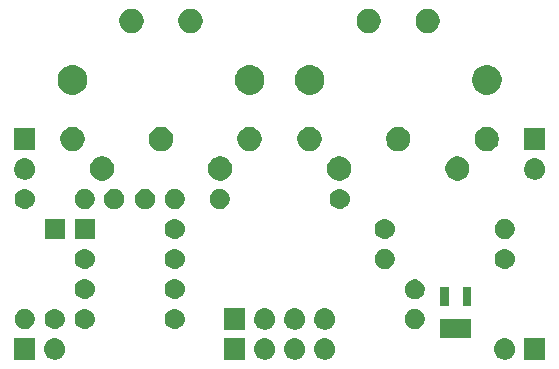
<source format=gbr>
G04 #@! TF.GenerationSoftware,KiCad,Pcbnew,(5.0.0)*
G04 #@! TF.CreationDate,2020-09-09T22:39:45-04:00*
G04 #@! TF.ProjectId,breadboard_midi,6272656164626F6172645F6D6964692E,rev?*
G04 #@! TF.SameCoordinates,Original*
G04 #@! TF.FileFunction,Soldermask,Top*
G04 #@! TF.FilePolarity,Negative*
%FSLAX46Y46*%
G04 Gerber Fmt 4.6, Leading zero omitted, Abs format (unit mm)*
G04 Created by KiCad (PCBNEW (5.0.0)) date 09/09/20 22:39:45*
%MOMM*%
%LPD*%
G01*
G04 APERTURE LIST*
%ADD10C,0.100000*%
G04 APERTURE END LIST*
D10*
G36*
X171081000Y-115201000D02*
X169279000Y-115201000D01*
X169279000Y-113399000D01*
X171081000Y-113399000D01*
X171081000Y-115201000D01*
X171081000Y-115201000D01*
G37*
G36*
X167750443Y-113405519D02*
X167816627Y-113412037D01*
X167929853Y-113446384D01*
X167986467Y-113463557D01*
X168125087Y-113537652D01*
X168142991Y-113547222D01*
X168178729Y-113576552D01*
X168280186Y-113659814D01*
X168363448Y-113761271D01*
X168392778Y-113797009D01*
X168392779Y-113797011D01*
X168476443Y-113953533D01*
X168476443Y-113953534D01*
X168527963Y-114123373D01*
X168545359Y-114300000D01*
X168527963Y-114476627D01*
X168493616Y-114589853D01*
X168476443Y-114646467D01*
X168402348Y-114785087D01*
X168392778Y-114802991D01*
X168363448Y-114838729D01*
X168280186Y-114940186D01*
X168178729Y-115023448D01*
X168142991Y-115052778D01*
X168142989Y-115052779D01*
X167986467Y-115136443D01*
X167929853Y-115153616D01*
X167816627Y-115187963D01*
X167750442Y-115194482D01*
X167684260Y-115201000D01*
X167595740Y-115201000D01*
X167529558Y-115194482D01*
X167463373Y-115187963D01*
X167350147Y-115153616D01*
X167293533Y-115136443D01*
X167137011Y-115052779D01*
X167137009Y-115052778D01*
X167101271Y-115023448D01*
X166999814Y-114940186D01*
X166916552Y-114838729D01*
X166887222Y-114802991D01*
X166877652Y-114785087D01*
X166803557Y-114646467D01*
X166786384Y-114589853D01*
X166752037Y-114476627D01*
X166734641Y-114300000D01*
X166752037Y-114123373D01*
X166803557Y-113953534D01*
X166803557Y-113953533D01*
X166887221Y-113797011D01*
X166887222Y-113797009D01*
X166916552Y-113761271D01*
X166999814Y-113659814D01*
X167101271Y-113576552D01*
X167137009Y-113547222D01*
X167154913Y-113537652D01*
X167293533Y-113463557D01*
X167350147Y-113446384D01*
X167463373Y-113412037D01*
X167529557Y-113405519D01*
X167595740Y-113399000D01*
X167684260Y-113399000D01*
X167750443Y-113405519D01*
X167750443Y-113405519D01*
G37*
G36*
X145681000Y-115201000D02*
X143879000Y-115201000D01*
X143879000Y-113399000D01*
X145681000Y-113399000D01*
X145681000Y-115201000D01*
X145681000Y-115201000D01*
G37*
G36*
X147430443Y-113405519D02*
X147496627Y-113412037D01*
X147609853Y-113446384D01*
X147666467Y-113463557D01*
X147805087Y-113537652D01*
X147822991Y-113547222D01*
X147858729Y-113576552D01*
X147960186Y-113659814D01*
X148043448Y-113761271D01*
X148072778Y-113797009D01*
X148072779Y-113797011D01*
X148156443Y-113953533D01*
X148156443Y-113953534D01*
X148207963Y-114123373D01*
X148225359Y-114300000D01*
X148207963Y-114476627D01*
X148173616Y-114589853D01*
X148156443Y-114646467D01*
X148082348Y-114785087D01*
X148072778Y-114802991D01*
X148043448Y-114838729D01*
X147960186Y-114940186D01*
X147858729Y-115023448D01*
X147822991Y-115052778D01*
X147822989Y-115052779D01*
X147666467Y-115136443D01*
X147609853Y-115153616D01*
X147496627Y-115187963D01*
X147430442Y-115194482D01*
X147364260Y-115201000D01*
X147275740Y-115201000D01*
X147209558Y-115194482D01*
X147143373Y-115187963D01*
X147030147Y-115153616D01*
X146973533Y-115136443D01*
X146817011Y-115052779D01*
X146817009Y-115052778D01*
X146781271Y-115023448D01*
X146679814Y-114940186D01*
X146596552Y-114838729D01*
X146567222Y-114802991D01*
X146557652Y-114785087D01*
X146483557Y-114646467D01*
X146466384Y-114589853D01*
X146432037Y-114476627D01*
X146414641Y-114300000D01*
X146432037Y-114123373D01*
X146483557Y-113953534D01*
X146483557Y-113953533D01*
X146567221Y-113797011D01*
X146567222Y-113797009D01*
X146596552Y-113761271D01*
X146679814Y-113659814D01*
X146781271Y-113576552D01*
X146817009Y-113547222D01*
X146834913Y-113537652D01*
X146973533Y-113463557D01*
X147030147Y-113446384D01*
X147143373Y-113412037D01*
X147209557Y-113405519D01*
X147275740Y-113399000D01*
X147364260Y-113399000D01*
X147430443Y-113405519D01*
X147430443Y-113405519D01*
G37*
G36*
X149970443Y-113405519D02*
X150036627Y-113412037D01*
X150149853Y-113446384D01*
X150206467Y-113463557D01*
X150345087Y-113537652D01*
X150362991Y-113547222D01*
X150398729Y-113576552D01*
X150500186Y-113659814D01*
X150583448Y-113761271D01*
X150612778Y-113797009D01*
X150612779Y-113797011D01*
X150696443Y-113953533D01*
X150696443Y-113953534D01*
X150747963Y-114123373D01*
X150765359Y-114300000D01*
X150747963Y-114476627D01*
X150713616Y-114589853D01*
X150696443Y-114646467D01*
X150622348Y-114785087D01*
X150612778Y-114802991D01*
X150583448Y-114838729D01*
X150500186Y-114940186D01*
X150398729Y-115023448D01*
X150362991Y-115052778D01*
X150362989Y-115052779D01*
X150206467Y-115136443D01*
X150149853Y-115153616D01*
X150036627Y-115187963D01*
X149970442Y-115194482D01*
X149904260Y-115201000D01*
X149815740Y-115201000D01*
X149749558Y-115194482D01*
X149683373Y-115187963D01*
X149570147Y-115153616D01*
X149513533Y-115136443D01*
X149357011Y-115052779D01*
X149357009Y-115052778D01*
X149321271Y-115023448D01*
X149219814Y-114940186D01*
X149136552Y-114838729D01*
X149107222Y-114802991D01*
X149097652Y-114785087D01*
X149023557Y-114646467D01*
X149006384Y-114589853D01*
X148972037Y-114476627D01*
X148954641Y-114300000D01*
X148972037Y-114123373D01*
X149023557Y-113953534D01*
X149023557Y-113953533D01*
X149107221Y-113797011D01*
X149107222Y-113797009D01*
X149136552Y-113761271D01*
X149219814Y-113659814D01*
X149321271Y-113576552D01*
X149357009Y-113547222D01*
X149374913Y-113537652D01*
X149513533Y-113463557D01*
X149570147Y-113446384D01*
X149683373Y-113412037D01*
X149749557Y-113405519D01*
X149815740Y-113399000D01*
X149904260Y-113399000D01*
X149970443Y-113405519D01*
X149970443Y-113405519D01*
G37*
G36*
X127901000Y-115201000D02*
X126099000Y-115201000D01*
X126099000Y-113399000D01*
X127901000Y-113399000D01*
X127901000Y-115201000D01*
X127901000Y-115201000D01*
G37*
G36*
X129650443Y-113405519D02*
X129716627Y-113412037D01*
X129829853Y-113446384D01*
X129886467Y-113463557D01*
X130025087Y-113537652D01*
X130042991Y-113547222D01*
X130078729Y-113576552D01*
X130180186Y-113659814D01*
X130263448Y-113761271D01*
X130292778Y-113797009D01*
X130292779Y-113797011D01*
X130376443Y-113953533D01*
X130376443Y-113953534D01*
X130427963Y-114123373D01*
X130445359Y-114300000D01*
X130427963Y-114476627D01*
X130393616Y-114589853D01*
X130376443Y-114646467D01*
X130302348Y-114785087D01*
X130292778Y-114802991D01*
X130263448Y-114838729D01*
X130180186Y-114940186D01*
X130078729Y-115023448D01*
X130042991Y-115052778D01*
X130042989Y-115052779D01*
X129886467Y-115136443D01*
X129829853Y-115153616D01*
X129716627Y-115187963D01*
X129650442Y-115194482D01*
X129584260Y-115201000D01*
X129495740Y-115201000D01*
X129429558Y-115194482D01*
X129363373Y-115187963D01*
X129250147Y-115153616D01*
X129193533Y-115136443D01*
X129037011Y-115052779D01*
X129037009Y-115052778D01*
X129001271Y-115023448D01*
X128899814Y-114940186D01*
X128816552Y-114838729D01*
X128787222Y-114802991D01*
X128777652Y-114785087D01*
X128703557Y-114646467D01*
X128686384Y-114589853D01*
X128652037Y-114476627D01*
X128634641Y-114300000D01*
X128652037Y-114123373D01*
X128703557Y-113953534D01*
X128703557Y-113953533D01*
X128787221Y-113797011D01*
X128787222Y-113797009D01*
X128816552Y-113761271D01*
X128899814Y-113659814D01*
X129001271Y-113576552D01*
X129037009Y-113547222D01*
X129054913Y-113537652D01*
X129193533Y-113463557D01*
X129250147Y-113446384D01*
X129363373Y-113412037D01*
X129429557Y-113405519D01*
X129495740Y-113399000D01*
X129584260Y-113399000D01*
X129650443Y-113405519D01*
X129650443Y-113405519D01*
G37*
G36*
X152510443Y-113405519D02*
X152576627Y-113412037D01*
X152689853Y-113446384D01*
X152746467Y-113463557D01*
X152885087Y-113537652D01*
X152902991Y-113547222D01*
X152938729Y-113576552D01*
X153040186Y-113659814D01*
X153123448Y-113761271D01*
X153152778Y-113797009D01*
X153152779Y-113797011D01*
X153236443Y-113953533D01*
X153236443Y-113953534D01*
X153287963Y-114123373D01*
X153305359Y-114300000D01*
X153287963Y-114476627D01*
X153253616Y-114589853D01*
X153236443Y-114646467D01*
X153162348Y-114785087D01*
X153152778Y-114802991D01*
X153123448Y-114838729D01*
X153040186Y-114940186D01*
X152938729Y-115023448D01*
X152902991Y-115052778D01*
X152902989Y-115052779D01*
X152746467Y-115136443D01*
X152689853Y-115153616D01*
X152576627Y-115187963D01*
X152510442Y-115194482D01*
X152444260Y-115201000D01*
X152355740Y-115201000D01*
X152289558Y-115194482D01*
X152223373Y-115187963D01*
X152110147Y-115153616D01*
X152053533Y-115136443D01*
X151897011Y-115052779D01*
X151897009Y-115052778D01*
X151861271Y-115023448D01*
X151759814Y-114940186D01*
X151676552Y-114838729D01*
X151647222Y-114802991D01*
X151637652Y-114785087D01*
X151563557Y-114646467D01*
X151546384Y-114589853D01*
X151512037Y-114476627D01*
X151494641Y-114300000D01*
X151512037Y-114123373D01*
X151563557Y-113953534D01*
X151563557Y-113953533D01*
X151647221Y-113797011D01*
X151647222Y-113797009D01*
X151676552Y-113761271D01*
X151759814Y-113659814D01*
X151861271Y-113576552D01*
X151897009Y-113547222D01*
X151914913Y-113537652D01*
X152053533Y-113463557D01*
X152110147Y-113446384D01*
X152223373Y-113412037D01*
X152289557Y-113405519D01*
X152355740Y-113399000D01*
X152444260Y-113399000D01*
X152510443Y-113405519D01*
X152510443Y-113405519D01*
G37*
G36*
X164836000Y-113391000D02*
X162184000Y-113391000D01*
X162184000Y-111729000D01*
X164836000Y-111729000D01*
X164836000Y-113391000D01*
X164836000Y-113391000D01*
G37*
G36*
X145681000Y-112661000D02*
X143879000Y-112661000D01*
X143879000Y-110859000D01*
X145681000Y-110859000D01*
X145681000Y-112661000D01*
X145681000Y-112661000D01*
G37*
G36*
X147430442Y-110865518D02*
X147496627Y-110872037D01*
X147609853Y-110906384D01*
X147666467Y-110923557D01*
X147753311Y-110969977D01*
X147822991Y-111007222D01*
X147858729Y-111036552D01*
X147960186Y-111119814D01*
X148040369Y-111217519D01*
X148072778Y-111257009D01*
X148072779Y-111257011D01*
X148156443Y-111413533D01*
X148173616Y-111470147D01*
X148207963Y-111583373D01*
X148225359Y-111760000D01*
X148207963Y-111936627D01*
X148186243Y-112008228D01*
X148156443Y-112106467D01*
X148087698Y-112235078D01*
X148072778Y-112262991D01*
X148043448Y-112298729D01*
X147960186Y-112400186D01*
X147858729Y-112483448D01*
X147822991Y-112512778D01*
X147822989Y-112512779D01*
X147666467Y-112596443D01*
X147659069Y-112598687D01*
X147496627Y-112647963D01*
X147430442Y-112654482D01*
X147364260Y-112661000D01*
X147275740Y-112661000D01*
X147209558Y-112654482D01*
X147143373Y-112647963D01*
X146980931Y-112598687D01*
X146973533Y-112596443D01*
X146817011Y-112512779D01*
X146817009Y-112512778D01*
X146781271Y-112483448D01*
X146679814Y-112400186D01*
X146596552Y-112298729D01*
X146567222Y-112262991D01*
X146552302Y-112235078D01*
X146483557Y-112106467D01*
X146453757Y-112008228D01*
X146432037Y-111936627D01*
X146414641Y-111760000D01*
X146432037Y-111583373D01*
X146466384Y-111470147D01*
X146483557Y-111413533D01*
X146567221Y-111257011D01*
X146567222Y-111257009D01*
X146599631Y-111217519D01*
X146679814Y-111119814D01*
X146781271Y-111036552D01*
X146817009Y-111007222D01*
X146886689Y-110969977D01*
X146973533Y-110923557D01*
X147030147Y-110906384D01*
X147143373Y-110872037D01*
X147209558Y-110865518D01*
X147275740Y-110859000D01*
X147364260Y-110859000D01*
X147430442Y-110865518D01*
X147430442Y-110865518D01*
G37*
G36*
X149970442Y-110865518D02*
X150036627Y-110872037D01*
X150149853Y-110906384D01*
X150206467Y-110923557D01*
X150293311Y-110969977D01*
X150362991Y-111007222D01*
X150398729Y-111036552D01*
X150500186Y-111119814D01*
X150580369Y-111217519D01*
X150612778Y-111257009D01*
X150612779Y-111257011D01*
X150696443Y-111413533D01*
X150713616Y-111470147D01*
X150747963Y-111583373D01*
X150765359Y-111760000D01*
X150747963Y-111936627D01*
X150726243Y-112008228D01*
X150696443Y-112106467D01*
X150627698Y-112235078D01*
X150612778Y-112262991D01*
X150583448Y-112298729D01*
X150500186Y-112400186D01*
X150398729Y-112483448D01*
X150362991Y-112512778D01*
X150362989Y-112512779D01*
X150206467Y-112596443D01*
X150199069Y-112598687D01*
X150036627Y-112647963D01*
X149970442Y-112654482D01*
X149904260Y-112661000D01*
X149815740Y-112661000D01*
X149749558Y-112654482D01*
X149683373Y-112647963D01*
X149520931Y-112598687D01*
X149513533Y-112596443D01*
X149357011Y-112512779D01*
X149357009Y-112512778D01*
X149321271Y-112483448D01*
X149219814Y-112400186D01*
X149136552Y-112298729D01*
X149107222Y-112262991D01*
X149092302Y-112235078D01*
X149023557Y-112106467D01*
X148993757Y-112008228D01*
X148972037Y-111936627D01*
X148954641Y-111760000D01*
X148972037Y-111583373D01*
X149006384Y-111470147D01*
X149023557Y-111413533D01*
X149107221Y-111257011D01*
X149107222Y-111257009D01*
X149139631Y-111217519D01*
X149219814Y-111119814D01*
X149321271Y-111036552D01*
X149357009Y-111007222D01*
X149426689Y-110969977D01*
X149513533Y-110923557D01*
X149570147Y-110906384D01*
X149683373Y-110872037D01*
X149749558Y-110865518D01*
X149815740Y-110859000D01*
X149904260Y-110859000D01*
X149970442Y-110865518D01*
X149970442Y-110865518D01*
G37*
G36*
X152510442Y-110865518D02*
X152576627Y-110872037D01*
X152689853Y-110906384D01*
X152746467Y-110923557D01*
X152833311Y-110969977D01*
X152902991Y-111007222D01*
X152938729Y-111036552D01*
X153040186Y-111119814D01*
X153120369Y-111217519D01*
X153152778Y-111257009D01*
X153152779Y-111257011D01*
X153236443Y-111413533D01*
X153253616Y-111470147D01*
X153287963Y-111583373D01*
X153305359Y-111760000D01*
X153287963Y-111936627D01*
X153266243Y-112008228D01*
X153236443Y-112106467D01*
X153167698Y-112235078D01*
X153152778Y-112262991D01*
X153123448Y-112298729D01*
X153040186Y-112400186D01*
X152938729Y-112483448D01*
X152902991Y-112512778D01*
X152902989Y-112512779D01*
X152746467Y-112596443D01*
X152739069Y-112598687D01*
X152576627Y-112647963D01*
X152510442Y-112654482D01*
X152444260Y-112661000D01*
X152355740Y-112661000D01*
X152289558Y-112654482D01*
X152223373Y-112647963D01*
X152060931Y-112598687D01*
X152053533Y-112596443D01*
X151897011Y-112512779D01*
X151897009Y-112512778D01*
X151861271Y-112483448D01*
X151759814Y-112400186D01*
X151676552Y-112298729D01*
X151647222Y-112262991D01*
X151632302Y-112235078D01*
X151563557Y-112106467D01*
X151533757Y-112008228D01*
X151512037Y-111936627D01*
X151494641Y-111760000D01*
X151512037Y-111583373D01*
X151546384Y-111470147D01*
X151563557Y-111413533D01*
X151647221Y-111257011D01*
X151647222Y-111257009D01*
X151679631Y-111217519D01*
X151759814Y-111119814D01*
X151861271Y-111036552D01*
X151897009Y-111007222D01*
X151966689Y-110969977D01*
X152053533Y-110923557D01*
X152110147Y-110906384D01*
X152223373Y-110872037D01*
X152289558Y-110865518D01*
X152355740Y-110859000D01*
X152444260Y-110859000D01*
X152510442Y-110865518D01*
X152510442Y-110865518D01*
G37*
G36*
X127248228Y-110941703D02*
X127403100Y-111005853D01*
X127542481Y-111098985D01*
X127661015Y-111217519D01*
X127754147Y-111356900D01*
X127818297Y-111511772D01*
X127851000Y-111676184D01*
X127851000Y-111843816D01*
X127818297Y-112008228D01*
X127754147Y-112163100D01*
X127661015Y-112302481D01*
X127542481Y-112421015D01*
X127403100Y-112514147D01*
X127248228Y-112578297D01*
X127083816Y-112611000D01*
X126916184Y-112611000D01*
X126751772Y-112578297D01*
X126596900Y-112514147D01*
X126457519Y-112421015D01*
X126338985Y-112302481D01*
X126245853Y-112163100D01*
X126181703Y-112008228D01*
X126149000Y-111843816D01*
X126149000Y-111676184D01*
X126181703Y-111511772D01*
X126245853Y-111356900D01*
X126338985Y-111217519D01*
X126457519Y-111098985D01*
X126596900Y-111005853D01*
X126751772Y-110941703D01*
X126916184Y-110909000D01*
X127083816Y-110909000D01*
X127248228Y-110941703D01*
X127248228Y-110941703D01*
G37*
G36*
X129706821Y-110921313D02*
X129706824Y-110921314D01*
X129706825Y-110921314D01*
X129867239Y-110969975D01*
X129867241Y-110969976D01*
X129867244Y-110969977D01*
X130015078Y-111048995D01*
X130144659Y-111155341D01*
X130251005Y-111284922D01*
X130330023Y-111432756D01*
X130330024Y-111432759D01*
X130330025Y-111432761D01*
X130375713Y-111583375D01*
X130378687Y-111593179D01*
X130395117Y-111760000D01*
X130378687Y-111926821D01*
X130378686Y-111926824D01*
X130378686Y-111926825D01*
X130353993Y-112008228D01*
X130330023Y-112087244D01*
X130251005Y-112235078D01*
X130144659Y-112364659D01*
X130015078Y-112471005D01*
X129867244Y-112550023D01*
X129867241Y-112550024D01*
X129867239Y-112550025D01*
X129706825Y-112598686D01*
X129706824Y-112598686D01*
X129706821Y-112598687D01*
X129581804Y-112611000D01*
X129498196Y-112611000D01*
X129373179Y-112598687D01*
X129373176Y-112598686D01*
X129373175Y-112598686D01*
X129212761Y-112550025D01*
X129212759Y-112550024D01*
X129212756Y-112550023D01*
X129064922Y-112471005D01*
X128935341Y-112364659D01*
X128828995Y-112235078D01*
X128749977Y-112087244D01*
X128726008Y-112008228D01*
X128701314Y-111926825D01*
X128701314Y-111926824D01*
X128701313Y-111926821D01*
X128684883Y-111760000D01*
X128701313Y-111593179D01*
X128704287Y-111583375D01*
X128749975Y-111432761D01*
X128749976Y-111432759D01*
X128749977Y-111432756D01*
X128828995Y-111284922D01*
X128935341Y-111155341D01*
X129064922Y-111048995D01*
X129212756Y-110969977D01*
X129212759Y-110969976D01*
X129212761Y-110969975D01*
X129373175Y-110921314D01*
X129373176Y-110921314D01*
X129373179Y-110921313D01*
X129498196Y-110909000D01*
X129581804Y-110909000D01*
X129706821Y-110921313D01*
X129706821Y-110921313D01*
G37*
G36*
X160268228Y-110941703D02*
X160423100Y-111005853D01*
X160562481Y-111098985D01*
X160681015Y-111217519D01*
X160774147Y-111356900D01*
X160838297Y-111511772D01*
X160871000Y-111676184D01*
X160871000Y-111843816D01*
X160838297Y-112008228D01*
X160774147Y-112163100D01*
X160681015Y-112302481D01*
X160562481Y-112421015D01*
X160423100Y-112514147D01*
X160268228Y-112578297D01*
X160103816Y-112611000D01*
X159936184Y-112611000D01*
X159771772Y-112578297D01*
X159616900Y-112514147D01*
X159477519Y-112421015D01*
X159358985Y-112302481D01*
X159265853Y-112163100D01*
X159201703Y-112008228D01*
X159169000Y-111843816D01*
X159169000Y-111676184D01*
X159201703Y-111511772D01*
X159265853Y-111356900D01*
X159358985Y-111217519D01*
X159477519Y-111098985D01*
X159616900Y-111005853D01*
X159771772Y-110941703D01*
X159936184Y-110909000D01*
X160103816Y-110909000D01*
X160268228Y-110941703D01*
X160268228Y-110941703D01*
G37*
G36*
X139866821Y-110921313D02*
X139866824Y-110921314D01*
X139866825Y-110921314D01*
X140027239Y-110969975D01*
X140027241Y-110969976D01*
X140027244Y-110969977D01*
X140175078Y-111048995D01*
X140304659Y-111155341D01*
X140411005Y-111284922D01*
X140490023Y-111432756D01*
X140490024Y-111432759D01*
X140490025Y-111432761D01*
X140535713Y-111583375D01*
X140538687Y-111593179D01*
X140555117Y-111760000D01*
X140538687Y-111926821D01*
X140538686Y-111926824D01*
X140538686Y-111926825D01*
X140513993Y-112008228D01*
X140490023Y-112087244D01*
X140411005Y-112235078D01*
X140304659Y-112364659D01*
X140175078Y-112471005D01*
X140027244Y-112550023D01*
X140027241Y-112550024D01*
X140027239Y-112550025D01*
X139866825Y-112598686D01*
X139866824Y-112598686D01*
X139866821Y-112598687D01*
X139741804Y-112611000D01*
X139658196Y-112611000D01*
X139533179Y-112598687D01*
X139533176Y-112598686D01*
X139533175Y-112598686D01*
X139372761Y-112550025D01*
X139372759Y-112550024D01*
X139372756Y-112550023D01*
X139224922Y-112471005D01*
X139095341Y-112364659D01*
X138988995Y-112235078D01*
X138909977Y-112087244D01*
X138886008Y-112008228D01*
X138861314Y-111926825D01*
X138861314Y-111926824D01*
X138861313Y-111926821D01*
X138844883Y-111760000D01*
X138861313Y-111593179D01*
X138864287Y-111583375D01*
X138909975Y-111432761D01*
X138909976Y-111432759D01*
X138909977Y-111432756D01*
X138988995Y-111284922D01*
X139095341Y-111155341D01*
X139224922Y-111048995D01*
X139372756Y-110969977D01*
X139372759Y-110969976D01*
X139372761Y-110969975D01*
X139533175Y-110921314D01*
X139533176Y-110921314D01*
X139533179Y-110921313D01*
X139658196Y-110909000D01*
X139741804Y-110909000D01*
X139866821Y-110921313D01*
X139866821Y-110921313D01*
G37*
G36*
X132246821Y-110921313D02*
X132246824Y-110921314D01*
X132246825Y-110921314D01*
X132407239Y-110969975D01*
X132407241Y-110969976D01*
X132407244Y-110969977D01*
X132555078Y-111048995D01*
X132684659Y-111155341D01*
X132791005Y-111284922D01*
X132870023Y-111432756D01*
X132870024Y-111432759D01*
X132870025Y-111432761D01*
X132915713Y-111583375D01*
X132918687Y-111593179D01*
X132935117Y-111760000D01*
X132918687Y-111926821D01*
X132918686Y-111926824D01*
X132918686Y-111926825D01*
X132893993Y-112008228D01*
X132870023Y-112087244D01*
X132791005Y-112235078D01*
X132684659Y-112364659D01*
X132555078Y-112471005D01*
X132407244Y-112550023D01*
X132407241Y-112550024D01*
X132407239Y-112550025D01*
X132246825Y-112598686D01*
X132246824Y-112598686D01*
X132246821Y-112598687D01*
X132121804Y-112611000D01*
X132038196Y-112611000D01*
X131913179Y-112598687D01*
X131913176Y-112598686D01*
X131913175Y-112598686D01*
X131752761Y-112550025D01*
X131752759Y-112550024D01*
X131752756Y-112550023D01*
X131604922Y-112471005D01*
X131475341Y-112364659D01*
X131368995Y-112235078D01*
X131289977Y-112087244D01*
X131266008Y-112008228D01*
X131241314Y-111926825D01*
X131241314Y-111926824D01*
X131241313Y-111926821D01*
X131224883Y-111760000D01*
X131241313Y-111593179D01*
X131244287Y-111583375D01*
X131289975Y-111432761D01*
X131289976Y-111432759D01*
X131289977Y-111432756D01*
X131368995Y-111284922D01*
X131475341Y-111155341D01*
X131604922Y-111048995D01*
X131752756Y-110969977D01*
X131752759Y-110969976D01*
X131752761Y-110969975D01*
X131913175Y-110921314D01*
X131913176Y-110921314D01*
X131913179Y-110921313D01*
X132038196Y-110909000D01*
X132121804Y-110909000D01*
X132246821Y-110921313D01*
X132246821Y-110921313D01*
G37*
G36*
X162936000Y-110691000D02*
X162184000Y-110691000D01*
X162184000Y-109029000D01*
X162936000Y-109029000D01*
X162936000Y-110691000D01*
X162936000Y-110691000D01*
G37*
G36*
X164836000Y-110691000D02*
X164084000Y-110691000D01*
X164084000Y-109029000D01*
X164836000Y-109029000D01*
X164836000Y-110691000D01*
X164836000Y-110691000D01*
G37*
G36*
X160268228Y-108441703D02*
X160423100Y-108505853D01*
X160562481Y-108598985D01*
X160681015Y-108717519D01*
X160774147Y-108856900D01*
X160838297Y-109011772D01*
X160871000Y-109176184D01*
X160871000Y-109343816D01*
X160838297Y-109508228D01*
X160774147Y-109663100D01*
X160681015Y-109802481D01*
X160562481Y-109921015D01*
X160423100Y-110014147D01*
X160268228Y-110078297D01*
X160103816Y-110111000D01*
X159936184Y-110111000D01*
X159771772Y-110078297D01*
X159616900Y-110014147D01*
X159477519Y-109921015D01*
X159358985Y-109802481D01*
X159265853Y-109663100D01*
X159201703Y-109508228D01*
X159169000Y-109343816D01*
X159169000Y-109176184D01*
X159201703Y-109011772D01*
X159265853Y-108856900D01*
X159358985Y-108717519D01*
X159477519Y-108598985D01*
X159616900Y-108505853D01*
X159771772Y-108441703D01*
X159936184Y-108409000D01*
X160103816Y-108409000D01*
X160268228Y-108441703D01*
X160268228Y-108441703D01*
G37*
G36*
X132246821Y-108381313D02*
X132246824Y-108381314D01*
X132246825Y-108381314D01*
X132407239Y-108429975D01*
X132407241Y-108429976D01*
X132407244Y-108429977D01*
X132555078Y-108508995D01*
X132684659Y-108615341D01*
X132791005Y-108744922D01*
X132870023Y-108892756D01*
X132870024Y-108892759D01*
X132870025Y-108892761D01*
X132918686Y-109053175D01*
X132918687Y-109053179D01*
X132935117Y-109220000D01*
X132918687Y-109386821D01*
X132918686Y-109386824D01*
X132918686Y-109386825D01*
X132881859Y-109508228D01*
X132870023Y-109547244D01*
X132791005Y-109695078D01*
X132684659Y-109824659D01*
X132555078Y-109931005D01*
X132407244Y-110010023D01*
X132407241Y-110010024D01*
X132407239Y-110010025D01*
X132246825Y-110058686D01*
X132246824Y-110058686D01*
X132246821Y-110058687D01*
X132121804Y-110071000D01*
X132038196Y-110071000D01*
X131913179Y-110058687D01*
X131913176Y-110058686D01*
X131913175Y-110058686D01*
X131752761Y-110010025D01*
X131752759Y-110010024D01*
X131752756Y-110010023D01*
X131604922Y-109931005D01*
X131475341Y-109824659D01*
X131368995Y-109695078D01*
X131289977Y-109547244D01*
X131278142Y-109508228D01*
X131241314Y-109386825D01*
X131241314Y-109386824D01*
X131241313Y-109386821D01*
X131224883Y-109220000D01*
X131241313Y-109053179D01*
X131241314Y-109053175D01*
X131289975Y-108892761D01*
X131289976Y-108892759D01*
X131289977Y-108892756D01*
X131368995Y-108744922D01*
X131475341Y-108615341D01*
X131604922Y-108508995D01*
X131752756Y-108429977D01*
X131752759Y-108429976D01*
X131752761Y-108429975D01*
X131913175Y-108381314D01*
X131913176Y-108381314D01*
X131913179Y-108381313D01*
X132038196Y-108369000D01*
X132121804Y-108369000D01*
X132246821Y-108381313D01*
X132246821Y-108381313D01*
G37*
G36*
X139866821Y-108381313D02*
X139866824Y-108381314D01*
X139866825Y-108381314D01*
X140027239Y-108429975D01*
X140027241Y-108429976D01*
X140027244Y-108429977D01*
X140175078Y-108508995D01*
X140304659Y-108615341D01*
X140411005Y-108744922D01*
X140490023Y-108892756D01*
X140490024Y-108892759D01*
X140490025Y-108892761D01*
X140538686Y-109053175D01*
X140538687Y-109053179D01*
X140555117Y-109220000D01*
X140538687Y-109386821D01*
X140538686Y-109386824D01*
X140538686Y-109386825D01*
X140501859Y-109508228D01*
X140490023Y-109547244D01*
X140411005Y-109695078D01*
X140304659Y-109824659D01*
X140175078Y-109931005D01*
X140027244Y-110010023D01*
X140027241Y-110010024D01*
X140027239Y-110010025D01*
X139866825Y-110058686D01*
X139866824Y-110058686D01*
X139866821Y-110058687D01*
X139741804Y-110071000D01*
X139658196Y-110071000D01*
X139533179Y-110058687D01*
X139533176Y-110058686D01*
X139533175Y-110058686D01*
X139372761Y-110010025D01*
X139372759Y-110010024D01*
X139372756Y-110010023D01*
X139224922Y-109931005D01*
X139095341Y-109824659D01*
X138988995Y-109695078D01*
X138909977Y-109547244D01*
X138898142Y-109508228D01*
X138861314Y-109386825D01*
X138861314Y-109386824D01*
X138861313Y-109386821D01*
X138844883Y-109220000D01*
X138861313Y-109053179D01*
X138861314Y-109053175D01*
X138909975Y-108892761D01*
X138909976Y-108892759D01*
X138909977Y-108892756D01*
X138988995Y-108744922D01*
X139095341Y-108615341D01*
X139224922Y-108508995D01*
X139372756Y-108429977D01*
X139372759Y-108429976D01*
X139372761Y-108429975D01*
X139533175Y-108381314D01*
X139533176Y-108381314D01*
X139533179Y-108381313D01*
X139658196Y-108369000D01*
X139741804Y-108369000D01*
X139866821Y-108381313D01*
X139866821Y-108381313D01*
G37*
G36*
X139866821Y-105841313D02*
X139866824Y-105841314D01*
X139866825Y-105841314D01*
X140027239Y-105889975D01*
X140027241Y-105889976D01*
X140027244Y-105889977D01*
X140175078Y-105968995D01*
X140304659Y-106075341D01*
X140411005Y-106204922D01*
X140490023Y-106352756D01*
X140490024Y-106352759D01*
X140490025Y-106352761D01*
X140538686Y-106513175D01*
X140538687Y-106513179D01*
X140555117Y-106680000D01*
X140538687Y-106846821D01*
X140538686Y-106846824D01*
X140538686Y-106846825D01*
X140513993Y-106928228D01*
X140490023Y-107007244D01*
X140411005Y-107155078D01*
X140304659Y-107284659D01*
X140175078Y-107391005D01*
X140027244Y-107470023D01*
X140027241Y-107470024D01*
X140027239Y-107470025D01*
X139866825Y-107518686D01*
X139866824Y-107518686D01*
X139866821Y-107518687D01*
X139741804Y-107531000D01*
X139658196Y-107531000D01*
X139533179Y-107518687D01*
X139533176Y-107518686D01*
X139533175Y-107518686D01*
X139372761Y-107470025D01*
X139372759Y-107470024D01*
X139372756Y-107470023D01*
X139224922Y-107391005D01*
X139095341Y-107284659D01*
X138988995Y-107155078D01*
X138909977Y-107007244D01*
X138886008Y-106928228D01*
X138861314Y-106846825D01*
X138861314Y-106846824D01*
X138861313Y-106846821D01*
X138844883Y-106680000D01*
X138861313Y-106513179D01*
X138861314Y-106513175D01*
X138909975Y-106352761D01*
X138909976Y-106352759D01*
X138909977Y-106352756D01*
X138988995Y-106204922D01*
X139095341Y-106075341D01*
X139224922Y-105968995D01*
X139372756Y-105889977D01*
X139372759Y-105889976D01*
X139372761Y-105889975D01*
X139533175Y-105841314D01*
X139533176Y-105841314D01*
X139533179Y-105841313D01*
X139658196Y-105829000D01*
X139741804Y-105829000D01*
X139866821Y-105841313D01*
X139866821Y-105841313D01*
G37*
G36*
X167806821Y-105841313D02*
X167806824Y-105841314D01*
X167806825Y-105841314D01*
X167967239Y-105889975D01*
X167967241Y-105889976D01*
X167967244Y-105889977D01*
X168115078Y-105968995D01*
X168244659Y-106075341D01*
X168351005Y-106204922D01*
X168430023Y-106352756D01*
X168430024Y-106352759D01*
X168430025Y-106352761D01*
X168478686Y-106513175D01*
X168478687Y-106513179D01*
X168495117Y-106680000D01*
X168478687Y-106846821D01*
X168478686Y-106846824D01*
X168478686Y-106846825D01*
X168453993Y-106928228D01*
X168430023Y-107007244D01*
X168351005Y-107155078D01*
X168244659Y-107284659D01*
X168115078Y-107391005D01*
X167967244Y-107470023D01*
X167967241Y-107470024D01*
X167967239Y-107470025D01*
X167806825Y-107518686D01*
X167806824Y-107518686D01*
X167806821Y-107518687D01*
X167681804Y-107531000D01*
X167598196Y-107531000D01*
X167473179Y-107518687D01*
X167473176Y-107518686D01*
X167473175Y-107518686D01*
X167312761Y-107470025D01*
X167312759Y-107470024D01*
X167312756Y-107470023D01*
X167164922Y-107391005D01*
X167035341Y-107284659D01*
X166928995Y-107155078D01*
X166849977Y-107007244D01*
X166826008Y-106928228D01*
X166801314Y-106846825D01*
X166801314Y-106846824D01*
X166801313Y-106846821D01*
X166784883Y-106680000D01*
X166801313Y-106513179D01*
X166801314Y-106513175D01*
X166849975Y-106352761D01*
X166849976Y-106352759D01*
X166849977Y-106352756D01*
X166928995Y-106204922D01*
X167035341Y-106075341D01*
X167164922Y-105968995D01*
X167312756Y-105889977D01*
X167312759Y-105889976D01*
X167312761Y-105889975D01*
X167473175Y-105841314D01*
X167473176Y-105841314D01*
X167473179Y-105841313D01*
X167598196Y-105829000D01*
X167681804Y-105829000D01*
X167806821Y-105841313D01*
X167806821Y-105841313D01*
G37*
G36*
X132246821Y-105841313D02*
X132246824Y-105841314D01*
X132246825Y-105841314D01*
X132407239Y-105889975D01*
X132407241Y-105889976D01*
X132407244Y-105889977D01*
X132555078Y-105968995D01*
X132684659Y-106075341D01*
X132791005Y-106204922D01*
X132870023Y-106352756D01*
X132870024Y-106352759D01*
X132870025Y-106352761D01*
X132918686Y-106513175D01*
X132918687Y-106513179D01*
X132935117Y-106680000D01*
X132918687Y-106846821D01*
X132918686Y-106846824D01*
X132918686Y-106846825D01*
X132893993Y-106928228D01*
X132870023Y-107007244D01*
X132791005Y-107155078D01*
X132684659Y-107284659D01*
X132555078Y-107391005D01*
X132407244Y-107470023D01*
X132407241Y-107470024D01*
X132407239Y-107470025D01*
X132246825Y-107518686D01*
X132246824Y-107518686D01*
X132246821Y-107518687D01*
X132121804Y-107531000D01*
X132038196Y-107531000D01*
X131913179Y-107518687D01*
X131913176Y-107518686D01*
X131913175Y-107518686D01*
X131752761Y-107470025D01*
X131752759Y-107470024D01*
X131752756Y-107470023D01*
X131604922Y-107391005D01*
X131475341Y-107284659D01*
X131368995Y-107155078D01*
X131289977Y-107007244D01*
X131266008Y-106928228D01*
X131241314Y-106846825D01*
X131241314Y-106846824D01*
X131241313Y-106846821D01*
X131224883Y-106680000D01*
X131241313Y-106513179D01*
X131241314Y-106513175D01*
X131289975Y-106352761D01*
X131289976Y-106352759D01*
X131289977Y-106352756D01*
X131368995Y-106204922D01*
X131475341Y-106075341D01*
X131604922Y-105968995D01*
X131752756Y-105889977D01*
X131752759Y-105889976D01*
X131752761Y-105889975D01*
X131913175Y-105841314D01*
X131913176Y-105841314D01*
X131913179Y-105841313D01*
X132038196Y-105829000D01*
X132121804Y-105829000D01*
X132246821Y-105841313D01*
X132246821Y-105841313D01*
G37*
G36*
X157728228Y-105861703D02*
X157883100Y-105925853D01*
X158022481Y-106018985D01*
X158141015Y-106137519D01*
X158234147Y-106276900D01*
X158298297Y-106431772D01*
X158331000Y-106596184D01*
X158331000Y-106763816D01*
X158298297Y-106928228D01*
X158234147Y-107083100D01*
X158141015Y-107222481D01*
X158022481Y-107341015D01*
X157883100Y-107434147D01*
X157728228Y-107498297D01*
X157563816Y-107531000D01*
X157396184Y-107531000D01*
X157231772Y-107498297D01*
X157076900Y-107434147D01*
X156937519Y-107341015D01*
X156818985Y-107222481D01*
X156725853Y-107083100D01*
X156661703Y-106928228D01*
X156629000Y-106763816D01*
X156629000Y-106596184D01*
X156661703Y-106431772D01*
X156725853Y-106276900D01*
X156818985Y-106137519D01*
X156937519Y-106018985D01*
X157076900Y-105925853D01*
X157231772Y-105861703D01*
X157396184Y-105829000D01*
X157563816Y-105829000D01*
X157728228Y-105861703D01*
X157728228Y-105861703D01*
G37*
G36*
X132931000Y-104991000D02*
X131229000Y-104991000D01*
X131229000Y-103289000D01*
X132931000Y-103289000D01*
X132931000Y-104991000D01*
X132931000Y-104991000D01*
G37*
G36*
X167888228Y-103321703D02*
X168043100Y-103385853D01*
X168182481Y-103478985D01*
X168301015Y-103597519D01*
X168394147Y-103736900D01*
X168458297Y-103891772D01*
X168491000Y-104056184D01*
X168491000Y-104223816D01*
X168458297Y-104388228D01*
X168394147Y-104543100D01*
X168301015Y-104682481D01*
X168182481Y-104801015D01*
X168043100Y-104894147D01*
X167888228Y-104958297D01*
X167723816Y-104991000D01*
X167556184Y-104991000D01*
X167391772Y-104958297D01*
X167236900Y-104894147D01*
X167097519Y-104801015D01*
X166978985Y-104682481D01*
X166885853Y-104543100D01*
X166821703Y-104388228D01*
X166789000Y-104223816D01*
X166789000Y-104056184D01*
X166821703Y-103891772D01*
X166885853Y-103736900D01*
X166978985Y-103597519D01*
X167097519Y-103478985D01*
X167236900Y-103385853D01*
X167391772Y-103321703D01*
X167556184Y-103289000D01*
X167723816Y-103289000D01*
X167888228Y-103321703D01*
X167888228Y-103321703D01*
G37*
G36*
X130391000Y-104991000D02*
X128689000Y-104991000D01*
X128689000Y-103289000D01*
X130391000Y-103289000D01*
X130391000Y-104991000D01*
X130391000Y-104991000D01*
G37*
G36*
X139866821Y-103301313D02*
X139866824Y-103301314D01*
X139866825Y-103301314D01*
X140027239Y-103349975D01*
X140027241Y-103349976D01*
X140027244Y-103349977D01*
X140175078Y-103428995D01*
X140304659Y-103535341D01*
X140411005Y-103664922D01*
X140490023Y-103812756D01*
X140490024Y-103812759D01*
X140490025Y-103812761D01*
X140538686Y-103973175D01*
X140538687Y-103973179D01*
X140555117Y-104140000D01*
X140538687Y-104306821D01*
X140538686Y-104306824D01*
X140538686Y-104306825D01*
X140513993Y-104388228D01*
X140490023Y-104467244D01*
X140411005Y-104615078D01*
X140304659Y-104744659D01*
X140175078Y-104851005D01*
X140027244Y-104930023D01*
X140027241Y-104930024D01*
X140027239Y-104930025D01*
X139866825Y-104978686D01*
X139866824Y-104978686D01*
X139866821Y-104978687D01*
X139741804Y-104991000D01*
X139658196Y-104991000D01*
X139533179Y-104978687D01*
X139533176Y-104978686D01*
X139533175Y-104978686D01*
X139372761Y-104930025D01*
X139372759Y-104930024D01*
X139372756Y-104930023D01*
X139224922Y-104851005D01*
X139095341Y-104744659D01*
X138988995Y-104615078D01*
X138909977Y-104467244D01*
X138886008Y-104388228D01*
X138861314Y-104306825D01*
X138861314Y-104306824D01*
X138861313Y-104306821D01*
X138844883Y-104140000D01*
X138861313Y-103973179D01*
X138861314Y-103973175D01*
X138909975Y-103812761D01*
X138909976Y-103812759D01*
X138909977Y-103812756D01*
X138988995Y-103664922D01*
X139095341Y-103535341D01*
X139224922Y-103428995D01*
X139372756Y-103349977D01*
X139372759Y-103349976D01*
X139372761Y-103349975D01*
X139533175Y-103301314D01*
X139533176Y-103301314D01*
X139533179Y-103301313D01*
X139658196Y-103289000D01*
X139741804Y-103289000D01*
X139866821Y-103301313D01*
X139866821Y-103301313D01*
G37*
G36*
X157646821Y-103301313D02*
X157646824Y-103301314D01*
X157646825Y-103301314D01*
X157807239Y-103349975D01*
X157807241Y-103349976D01*
X157807244Y-103349977D01*
X157955078Y-103428995D01*
X158084659Y-103535341D01*
X158191005Y-103664922D01*
X158270023Y-103812756D01*
X158270024Y-103812759D01*
X158270025Y-103812761D01*
X158318686Y-103973175D01*
X158318687Y-103973179D01*
X158335117Y-104140000D01*
X158318687Y-104306821D01*
X158318686Y-104306824D01*
X158318686Y-104306825D01*
X158293993Y-104388228D01*
X158270023Y-104467244D01*
X158191005Y-104615078D01*
X158084659Y-104744659D01*
X157955078Y-104851005D01*
X157807244Y-104930023D01*
X157807241Y-104930024D01*
X157807239Y-104930025D01*
X157646825Y-104978686D01*
X157646824Y-104978686D01*
X157646821Y-104978687D01*
X157521804Y-104991000D01*
X157438196Y-104991000D01*
X157313179Y-104978687D01*
X157313176Y-104978686D01*
X157313175Y-104978686D01*
X157152761Y-104930025D01*
X157152759Y-104930024D01*
X157152756Y-104930023D01*
X157004922Y-104851005D01*
X156875341Y-104744659D01*
X156768995Y-104615078D01*
X156689977Y-104467244D01*
X156666008Y-104388228D01*
X156641314Y-104306825D01*
X156641314Y-104306824D01*
X156641313Y-104306821D01*
X156624883Y-104140000D01*
X156641313Y-103973179D01*
X156641314Y-103973175D01*
X156689975Y-103812761D01*
X156689976Y-103812759D01*
X156689977Y-103812756D01*
X156768995Y-103664922D01*
X156875341Y-103535341D01*
X157004922Y-103428995D01*
X157152756Y-103349977D01*
X157152759Y-103349976D01*
X157152761Y-103349975D01*
X157313175Y-103301314D01*
X157313176Y-103301314D01*
X157313179Y-103301313D01*
X157438196Y-103289000D01*
X157521804Y-103289000D01*
X157646821Y-103301313D01*
X157646821Y-103301313D01*
G37*
G36*
X153836821Y-100761313D02*
X153836824Y-100761314D01*
X153836825Y-100761314D01*
X153997239Y-100809975D01*
X153997241Y-100809976D01*
X153997244Y-100809977D01*
X154145078Y-100888995D01*
X154274659Y-100995341D01*
X154381005Y-101124922D01*
X154460023Y-101272756D01*
X154460024Y-101272759D01*
X154460025Y-101272761D01*
X154508686Y-101433175D01*
X154508687Y-101433179D01*
X154525117Y-101600000D01*
X154508687Y-101766821D01*
X154508686Y-101766824D01*
X154508686Y-101766825D01*
X154483993Y-101848228D01*
X154460023Y-101927244D01*
X154381005Y-102075078D01*
X154274659Y-102204659D01*
X154145078Y-102311005D01*
X153997244Y-102390023D01*
X153997241Y-102390024D01*
X153997239Y-102390025D01*
X153836825Y-102438686D01*
X153836824Y-102438686D01*
X153836821Y-102438687D01*
X153711804Y-102451000D01*
X153628196Y-102451000D01*
X153503179Y-102438687D01*
X153503176Y-102438686D01*
X153503175Y-102438686D01*
X153342761Y-102390025D01*
X153342759Y-102390024D01*
X153342756Y-102390023D01*
X153194922Y-102311005D01*
X153065341Y-102204659D01*
X152958995Y-102075078D01*
X152879977Y-101927244D01*
X152856008Y-101848228D01*
X152831314Y-101766825D01*
X152831314Y-101766824D01*
X152831313Y-101766821D01*
X152814883Y-101600000D01*
X152831313Y-101433179D01*
X152831314Y-101433175D01*
X152879975Y-101272761D01*
X152879976Y-101272759D01*
X152879977Y-101272756D01*
X152958995Y-101124922D01*
X153065341Y-100995341D01*
X153194922Y-100888995D01*
X153342756Y-100809977D01*
X153342759Y-100809976D01*
X153342761Y-100809975D01*
X153503175Y-100761314D01*
X153503176Y-100761314D01*
X153503179Y-100761313D01*
X153628196Y-100749000D01*
X153711804Y-100749000D01*
X153836821Y-100761313D01*
X153836821Y-100761313D01*
G37*
G36*
X143758228Y-100781703D02*
X143913100Y-100845853D01*
X144052481Y-100938985D01*
X144171015Y-101057519D01*
X144264147Y-101196900D01*
X144328297Y-101351772D01*
X144361000Y-101516184D01*
X144361000Y-101683816D01*
X144328297Y-101848228D01*
X144264147Y-102003100D01*
X144171015Y-102142481D01*
X144052481Y-102261015D01*
X143913100Y-102354147D01*
X143758228Y-102418297D01*
X143593816Y-102451000D01*
X143426184Y-102451000D01*
X143261772Y-102418297D01*
X143106900Y-102354147D01*
X142967519Y-102261015D01*
X142848985Y-102142481D01*
X142755853Y-102003100D01*
X142691703Y-101848228D01*
X142659000Y-101683816D01*
X142659000Y-101516184D01*
X142691703Y-101351772D01*
X142755853Y-101196900D01*
X142848985Y-101057519D01*
X142967519Y-100938985D01*
X143106900Y-100845853D01*
X143261772Y-100781703D01*
X143426184Y-100749000D01*
X143593816Y-100749000D01*
X143758228Y-100781703D01*
X143758228Y-100781703D01*
G37*
G36*
X139948228Y-100781703D02*
X140103100Y-100845853D01*
X140242481Y-100938985D01*
X140361015Y-101057519D01*
X140454147Y-101196900D01*
X140518297Y-101351772D01*
X140551000Y-101516184D01*
X140551000Y-101683816D01*
X140518297Y-101848228D01*
X140454147Y-102003100D01*
X140361015Y-102142481D01*
X140242481Y-102261015D01*
X140103100Y-102354147D01*
X139948228Y-102418297D01*
X139783816Y-102451000D01*
X139616184Y-102451000D01*
X139451772Y-102418297D01*
X139296900Y-102354147D01*
X139157519Y-102261015D01*
X139038985Y-102142481D01*
X138945853Y-102003100D01*
X138881703Y-101848228D01*
X138849000Y-101683816D01*
X138849000Y-101516184D01*
X138881703Y-101351772D01*
X138945853Y-101196900D01*
X139038985Y-101057519D01*
X139157519Y-100938985D01*
X139296900Y-100845853D01*
X139451772Y-100781703D01*
X139616184Y-100749000D01*
X139783816Y-100749000D01*
X139948228Y-100781703D01*
X139948228Y-100781703D01*
G37*
G36*
X137448228Y-100781703D02*
X137603100Y-100845853D01*
X137742481Y-100938985D01*
X137861015Y-101057519D01*
X137954147Y-101196900D01*
X138018297Y-101351772D01*
X138051000Y-101516184D01*
X138051000Y-101683816D01*
X138018297Y-101848228D01*
X137954147Y-102003100D01*
X137861015Y-102142481D01*
X137742481Y-102261015D01*
X137603100Y-102354147D01*
X137448228Y-102418297D01*
X137283816Y-102451000D01*
X137116184Y-102451000D01*
X136951772Y-102418297D01*
X136796900Y-102354147D01*
X136657519Y-102261015D01*
X136538985Y-102142481D01*
X136445853Y-102003100D01*
X136381703Y-101848228D01*
X136349000Y-101683816D01*
X136349000Y-101516184D01*
X136381703Y-101351772D01*
X136445853Y-101196900D01*
X136538985Y-101057519D01*
X136657519Y-100938985D01*
X136796900Y-100845853D01*
X136951772Y-100781703D01*
X137116184Y-100749000D01*
X137283816Y-100749000D01*
X137448228Y-100781703D01*
X137448228Y-100781703D01*
G37*
G36*
X132328228Y-100781703D02*
X132483100Y-100845853D01*
X132622481Y-100938985D01*
X132741015Y-101057519D01*
X132834147Y-101196900D01*
X132898297Y-101351772D01*
X132931000Y-101516184D01*
X132931000Y-101683816D01*
X132898297Y-101848228D01*
X132834147Y-102003100D01*
X132741015Y-102142481D01*
X132622481Y-102261015D01*
X132483100Y-102354147D01*
X132328228Y-102418297D01*
X132163816Y-102451000D01*
X131996184Y-102451000D01*
X131831772Y-102418297D01*
X131676900Y-102354147D01*
X131537519Y-102261015D01*
X131418985Y-102142481D01*
X131325853Y-102003100D01*
X131261703Y-101848228D01*
X131229000Y-101683816D01*
X131229000Y-101516184D01*
X131261703Y-101351772D01*
X131325853Y-101196900D01*
X131418985Y-101057519D01*
X131537519Y-100938985D01*
X131676900Y-100845853D01*
X131831772Y-100781703D01*
X131996184Y-100749000D01*
X132163816Y-100749000D01*
X132328228Y-100781703D01*
X132328228Y-100781703D01*
G37*
G36*
X127166821Y-100761313D02*
X127166824Y-100761314D01*
X127166825Y-100761314D01*
X127327239Y-100809975D01*
X127327241Y-100809976D01*
X127327244Y-100809977D01*
X127475078Y-100888995D01*
X127604659Y-100995341D01*
X127711005Y-101124922D01*
X127790023Y-101272756D01*
X127790024Y-101272759D01*
X127790025Y-101272761D01*
X127838686Y-101433175D01*
X127838687Y-101433179D01*
X127855117Y-101600000D01*
X127838687Y-101766821D01*
X127838686Y-101766824D01*
X127838686Y-101766825D01*
X127813993Y-101848228D01*
X127790023Y-101927244D01*
X127711005Y-102075078D01*
X127604659Y-102204659D01*
X127475078Y-102311005D01*
X127327244Y-102390023D01*
X127327241Y-102390024D01*
X127327239Y-102390025D01*
X127166825Y-102438686D01*
X127166824Y-102438686D01*
X127166821Y-102438687D01*
X127041804Y-102451000D01*
X126958196Y-102451000D01*
X126833179Y-102438687D01*
X126833176Y-102438686D01*
X126833175Y-102438686D01*
X126672761Y-102390025D01*
X126672759Y-102390024D01*
X126672756Y-102390023D01*
X126524922Y-102311005D01*
X126395341Y-102204659D01*
X126288995Y-102075078D01*
X126209977Y-101927244D01*
X126186008Y-101848228D01*
X126161314Y-101766825D01*
X126161314Y-101766824D01*
X126161313Y-101766821D01*
X126144883Y-101600000D01*
X126161313Y-101433179D01*
X126161314Y-101433175D01*
X126209975Y-101272761D01*
X126209976Y-101272759D01*
X126209977Y-101272756D01*
X126288995Y-101124922D01*
X126395341Y-100995341D01*
X126524922Y-100888995D01*
X126672756Y-100809977D01*
X126672759Y-100809976D01*
X126672761Y-100809975D01*
X126833175Y-100761314D01*
X126833176Y-100761314D01*
X126833179Y-100761313D01*
X126958196Y-100749000D01*
X127041804Y-100749000D01*
X127166821Y-100761313D01*
X127166821Y-100761313D01*
G37*
G36*
X134828228Y-100781703D02*
X134983100Y-100845853D01*
X135122481Y-100938985D01*
X135241015Y-101057519D01*
X135334147Y-101196900D01*
X135398297Y-101351772D01*
X135431000Y-101516184D01*
X135431000Y-101683816D01*
X135398297Y-101848228D01*
X135334147Y-102003100D01*
X135241015Y-102142481D01*
X135122481Y-102261015D01*
X134983100Y-102354147D01*
X134828228Y-102418297D01*
X134663816Y-102451000D01*
X134496184Y-102451000D01*
X134331772Y-102418297D01*
X134176900Y-102354147D01*
X134037519Y-102261015D01*
X133918985Y-102142481D01*
X133825853Y-102003100D01*
X133761703Y-101848228D01*
X133729000Y-101683816D01*
X133729000Y-101516184D01*
X133761703Y-101351772D01*
X133825853Y-101196900D01*
X133918985Y-101057519D01*
X134037519Y-100938985D01*
X134176900Y-100845853D01*
X134331772Y-100781703D01*
X134496184Y-100749000D01*
X134663816Y-100749000D01*
X134828228Y-100781703D01*
X134828228Y-100781703D01*
G37*
G36*
X143849272Y-98033428D02*
X144035992Y-98110770D01*
X144204040Y-98223056D01*
X144346944Y-98365960D01*
X144459230Y-98534008D01*
X144536572Y-98720728D01*
X144576000Y-98918946D01*
X144576000Y-99121054D01*
X144536572Y-99319272D01*
X144459230Y-99505992D01*
X144346944Y-99674040D01*
X144204040Y-99816944D01*
X144035992Y-99929230D01*
X143849272Y-100006572D01*
X143651054Y-100046000D01*
X143448946Y-100046000D01*
X143250728Y-100006572D01*
X143064008Y-99929230D01*
X142895960Y-99816944D01*
X142753056Y-99674040D01*
X142640770Y-99505992D01*
X142563428Y-99319272D01*
X142524000Y-99121054D01*
X142524000Y-98918946D01*
X142563428Y-98720728D01*
X142640770Y-98534008D01*
X142753056Y-98365960D01*
X142895960Y-98223056D01*
X143064008Y-98110770D01*
X143250728Y-98033428D01*
X143448946Y-97994000D01*
X143651054Y-97994000D01*
X143849272Y-98033428D01*
X143849272Y-98033428D01*
G37*
G36*
X133849272Y-98033428D02*
X134035992Y-98110770D01*
X134204040Y-98223056D01*
X134346944Y-98365960D01*
X134459230Y-98534008D01*
X134536572Y-98720728D01*
X134576000Y-98918946D01*
X134576000Y-99121054D01*
X134536572Y-99319272D01*
X134459230Y-99505992D01*
X134346944Y-99674040D01*
X134204040Y-99816944D01*
X134035992Y-99929230D01*
X133849272Y-100006572D01*
X133651054Y-100046000D01*
X133448946Y-100046000D01*
X133250728Y-100006572D01*
X133064008Y-99929230D01*
X132895960Y-99816944D01*
X132753056Y-99674040D01*
X132640770Y-99505992D01*
X132563428Y-99319272D01*
X132524000Y-99121054D01*
X132524000Y-98918946D01*
X132563428Y-98720728D01*
X132640770Y-98534008D01*
X132753056Y-98365960D01*
X132895960Y-98223056D01*
X133064008Y-98110770D01*
X133250728Y-98033428D01*
X133448946Y-97994000D01*
X133651054Y-97994000D01*
X133849272Y-98033428D01*
X133849272Y-98033428D01*
G37*
G36*
X163929272Y-98033428D02*
X164115992Y-98110770D01*
X164284040Y-98223056D01*
X164426944Y-98365960D01*
X164539230Y-98534008D01*
X164616572Y-98720728D01*
X164656000Y-98918946D01*
X164656000Y-99121054D01*
X164616572Y-99319272D01*
X164539230Y-99505992D01*
X164426944Y-99674040D01*
X164284040Y-99816944D01*
X164115992Y-99929230D01*
X163929272Y-100006572D01*
X163731054Y-100046000D01*
X163528946Y-100046000D01*
X163330728Y-100006572D01*
X163144008Y-99929230D01*
X162975960Y-99816944D01*
X162833056Y-99674040D01*
X162720770Y-99505992D01*
X162643428Y-99319272D01*
X162604000Y-99121054D01*
X162604000Y-98918946D01*
X162643428Y-98720728D01*
X162720770Y-98534008D01*
X162833056Y-98365960D01*
X162975960Y-98223056D01*
X163144008Y-98110770D01*
X163330728Y-98033428D01*
X163528946Y-97994000D01*
X163731054Y-97994000D01*
X163929272Y-98033428D01*
X163929272Y-98033428D01*
G37*
G36*
X153929272Y-98033428D02*
X154115992Y-98110770D01*
X154284040Y-98223056D01*
X154426944Y-98365960D01*
X154539230Y-98534008D01*
X154616572Y-98720728D01*
X154656000Y-98918946D01*
X154656000Y-99121054D01*
X154616572Y-99319272D01*
X154539230Y-99505992D01*
X154426944Y-99674040D01*
X154284040Y-99816944D01*
X154115992Y-99929230D01*
X153929272Y-100006572D01*
X153731054Y-100046000D01*
X153528946Y-100046000D01*
X153330728Y-100006572D01*
X153144008Y-99929230D01*
X152975960Y-99816944D01*
X152833056Y-99674040D01*
X152720770Y-99505992D01*
X152643428Y-99319272D01*
X152604000Y-99121054D01*
X152604000Y-98918946D01*
X152643428Y-98720728D01*
X152720770Y-98534008D01*
X152833056Y-98365960D01*
X152975960Y-98223056D01*
X153144008Y-98110770D01*
X153330728Y-98033428D01*
X153528946Y-97994000D01*
X153731054Y-97994000D01*
X153929272Y-98033428D01*
X153929272Y-98033428D01*
G37*
G36*
X127110443Y-98165519D02*
X127176627Y-98172037D01*
X127289853Y-98206384D01*
X127346467Y-98223557D01*
X127485087Y-98297652D01*
X127502991Y-98307222D01*
X127538729Y-98336552D01*
X127640186Y-98419814D01*
X127723448Y-98521271D01*
X127752778Y-98557009D01*
X127752779Y-98557011D01*
X127836443Y-98713533D01*
X127853616Y-98770147D01*
X127887963Y-98883373D01*
X127905359Y-99060000D01*
X127887963Y-99236627D01*
X127853616Y-99349853D01*
X127836443Y-99406467D01*
X127783245Y-99505992D01*
X127752778Y-99562991D01*
X127723448Y-99598729D01*
X127640186Y-99700186D01*
X127538729Y-99783448D01*
X127502991Y-99812778D01*
X127502989Y-99812779D01*
X127346467Y-99896443D01*
X127289853Y-99913616D01*
X127176627Y-99947963D01*
X127110443Y-99954481D01*
X127044260Y-99961000D01*
X126955740Y-99961000D01*
X126889557Y-99954481D01*
X126823373Y-99947963D01*
X126710147Y-99913616D01*
X126653533Y-99896443D01*
X126497011Y-99812779D01*
X126497009Y-99812778D01*
X126461271Y-99783448D01*
X126359814Y-99700186D01*
X126276552Y-99598729D01*
X126247222Y-99562991D01*
X126216755Y-99505992D01*
X126163557Y-99406467D01*
X126146384Y-99349853D01*
X126112037Y-99236627D01*
X126094641Y-99060000D01*
X126112037Y-98883373D01*
X126146384Y-98770147D01*
X126163557Y-98713533D01*
X126247221Y-98557011D01*
X126247222Y-98557009D01*
X126276552Y-98521271D01*
X126359814Y-98419814D01*
X126461271Y-98336552D01*
X126497009Y-98307222D01*
X126514913Y-98297652D01*
X126653533Y-98223557D01*
X126710147Y-98206384D01*
X126823373Y-98172037D01*
X126889557Y-98165519D01*
X126955740Y-98159000D01*
X127044260Y-98159000D01*
X127110443Y-98165519D01*
X127110443Y-98165519D01*
G37*
G36*
X170290443Y-98165519D02*
X170356627Y-98172037D01*
X170469853Y-98206384D01*
X170526467Y-98223557D01*
X170665087Y-98297652D01*
X170682991Y-98307222D01*
X170718729Y-98336552D01*
X170820186Y-98419814D01*
X170903448Y-98521271D01*
X170932778Y-98557009D01*
X170932779Y-98557011D01*
X171016443Y-98713533D01*
X171033616Y-98770147D01*
X171067963Y-98883373D01*
X171085359Y-99060000D01*
X171067963Y-99236627D01*
X171033616Y-99349853D01*
X171016443Y-99406467D01*
X170963245Y-99505992D01*
X170932778Y-99562991D01*
X170903448Y-99598729D01*
X170820186Y-99700186D01*
X170718729Y-99783448D01*
X170682991Y-99812778D01*
X170682989Y-99812779D01*
X170526467Y-99896443D01*
X170469853Y-99913616D01*
X170356627Y-99947963D01*
X170290443Y-99954481D01*
X170224260Y-99961000D01*
X170135740Y-99961000D01*
X170069557Y-99954481D01*
X170003373Y-99947963D01*
X169890147Y-99913616D01*
X169833533Y-99896443D01*
X169677011Y-99812779D01*
X169677009Y-99812778D01*
X169641271Y-99783448D01*
X169539814Y-99700186D01*
X169456552Y-99598729D01*
X169427222Y-99562991D01*
X169396755Y-99505992D01*
X169343557Y-99406467D01*
X169326384Y-99349853D01*
X169292037Y-99236627D01*
X169274641Y-99060000D01*
X169292037Y-98883373D01*
X169326384Y-98770147D01*
X169343557Y-98713533D01*
X169427221Y-98557011D01*
X169427222Y-98557009D01*
X169456552Y-98521271D01*
X169539814Y-98419814D01*
X169641271Y-98336552D01*
X169677009Y-98307222D01*
X169694913Y-98297652D01*
X169833533Y-98223557D01*
X169890147Y-98206384D01*
X170003373Y-98172037D01*
X170069557Y-98165519D01*
X170135740Y-98159000D01*
X170224260Y-98159000D01*
X170290443Y-98165519D01*
X170290443Y-98165519D01*
G37*
G36*
X158929272Y-95533428D02*
X159115992Y-95610770D01*
X159284040Y-95723056D01*
X159426944Y-95865960D01*
X159539230Y-96034008D01*
X159616572Y-96220728D01*
X159656000Y-96418946D01*
X159656000Y-96621054D01*
X159616572Y-96819272D01*
X159539230Y-97005992D01*
X159426944Y-97174040D01*
X159284040Y-97316944D01*
X159115992Y-97429230D01*
X158929272Y-97506572D01*
X158731054Y-97546000D01*
X158528946Y-97546000D01*
X158330728Y-97506572D01*
X158144008Y-97429230D01*
X157975960Y-97316944D01*
X157833056Y-97174040D01*
X157720770Y-97005992D01*
X157643428Y-96819272D01*
X157604000Y-96621054D01*
X157604000Y-96418946D01*
X157643428Y-96220728D01*
X157720770Y-96034008D01*
X157833056Y-95865960D01*
X157975960Y-95723056D01*
X158144008Y-95610770D01*
X158330728Y-95533428D01*
X158528946Y-95494000D01*
X158731054Y-95494000D01*
X158929272Y-95533428D01*
X158929272Y-95533428D01*
G37*
G36*
X166429272Y-95533428D02*
X166615992Y-95610770D01*
X166784040Y-95723056D01*
X166926944Y-95865960D01*
X167039230Y-96034008D01*
X167116572Y-96220728D01*
X167156000Y-96418946D01*
X167156000Y-96621054D01*
X167116572Y-96819272D01*
X167039230Y-97005992D01*
X166926944Y-97174040D01*
X166784040Y-97316944D01*
X166615992Y-97429230D01*
X166429272Y-97506572D01*
X166231054Y-97546000D01*
X166028946Y-97546000D01*
X165830728Y-97506572D01*
X165644008Y-97429230D01*
X165475960Y-97316944D01*
X165333056Y-97174040D01*
X165220770Y-97005992D01*
X165143428Y-96819272D01*
X165104000Y-96621054D01*
X165104000Y-96418946D01*
X165143428Y-96220728D01*
X165220770Y-96034008D01*
X165333056Y-95865960D01*
X165475960Y-95723056D01*
X165644008Y-95610770D01*
X165830728Y-95533428D01*
X166028946Y-95494000D01*
X166231054Y-95494000D01*
X166429272Y-95533428D01*
X166429272Y-95533428D01*
G37*
G36*
X151429272Y-95533428D02*
X151615992Y-95610770D01*
X151784040Y-95723056D01*
X151926944Y-95865960D01*
X152039230Y-96034008D01*
X152116572Y-96220728D01*
X152156000Y-96418946D01*
X152156000Y-96621054D01*
X152116572Y-96819272D01*
X152039230Y-97005992D01*
X151926944Y-97174040D01*
X151784040Y-97316944D01*
X151615992Y-97429230D01*
X151429272Y-97506572D01*
X151231054Y-97546000D01*
X151028946Y-97546000D01*
X150830728Y-97506572D01*
X150644008Y-97429230D01*
X150475960Y-97316944D01*
X150333056Y-97174040D01*
X150220770Y-97005992D01*
X150143428Y-96819272D01*
X150104000Y-96621054D01*
X150104000Y-96418946D01*
X150143428Y-96220728D01*
X150220770Y-96034008D01*
X150333056Y-95865960D01*
X150475960Y-95723056D01*
X150644008Y-95610770D01*
X150830728Y-95533428D01*
X151028946Y-95494000D01*
X151231054Y-95494000D01*
X151429272Y-95533428D01*
X151429272Y-95533428D01*
G37*
G36*
X146349272Y-95533428D02*
X146535992Y-95610770D01*
X146704040Y-95723056D01*
X146846944Y-95865960D01*
X146959230Y-96034008D01*
X147036572Y-96220728D01*
X147076000Y-96418946D01*
X147076000Y-96621054D01*
X147036572Y-96819272D01*
X146959230Y-97005992D01*
X146846944Y-97174040D01*
X146704040Y-97316944D01*
X146535992Y-97429230D01*
X146349272Y-97506572D01*
X146151054Y-97546000D01*
X145948946Y-97546000D01*
X145750728Y-97506572D01*
X145564008Y-97429230D01*
X145395960Y-97316944D01*
X145253056Y-97174040D01*
X145140770Y-97005992D01*
X145063428Y-96819272D01*
X145024000Y-96621054D01*
X145024000Y-96418946D01*
X145063428Y-96220728D01*
X145140770Y-96034008D01*
X145253056Y-95865960D01*
X145395960Y-95723056D01*
X145564008Y-95610770D01*
X145750728Y-95533428D01*
X145948946Y-95494000D01*
X146151054Y-95494000D01*
X146349272Y-95533428D01*
X146349272Y-95533428D01*
G37*
G36*
X131349272Y-95533428D02*
X131535992Y-95610770D01*
X131704040Y-95723056D01*
X131846944Y-95865960D01*
X131959230Y-96034008D01*
X132036572Y-96220728D01*
X132076000Y-96418946D01*
X132076000Y-96621054D01*
X132036572Y-96819272D01*
X131959230Y-97005992D01*
X131846944Y-97174040D01*
X131704040Y-97316944D01*
X131535992Y-97429230D01*
X131349272Y-97506572D01*
X131151054Y-97546000D01*
X130948946Y-97546000D01*
X130750728Y-97506572D01*
X130564008Y-97429230D01*
X130395960Y-97316944D01*
X130253056Y-97174040D01*
X130140770Y-97005992D01*
X130063428Y-96819272D01*
X130024000Y-96621054D01*
X130024000Y-96418946D01*
X130063428Y-96220728D01*
X130140770Y-96034008D01*
X130253056Y-95865960D01*
X130395960Y-95723056D01*
X130564008Y-95610770D01*
X130750728Y-95533428D01*
X130948946Y-95494000D01*
X131151054Y-95494000D01*
X131349272Y-95533428D01*
X131349272Y-95533428D01*
G37*
G36*
X138849272Y-95533428D02*
X139035992Y-95610770D01*
X139204040Y-95723056D01*
X139346944Y-95865960D01*
X139459230Y-96034008D01*
X139536572Y-96220728D01*
X139576000Y-96418946D01*
X139576000Y-96621054D01*
X139536572Y-96819272D01*
X139459230Y-97005992D01*
X139346944Y-97174040D01*
X139204040Y-97316944D01*
X139035992Y-97429230D01*
X138849272Y-97506572D01*
X138651054Y-97546000D01*
X138448946Y-97546000D01*
X138250728Y-97506572D01*
X138064008Y-97429230D01*
X137895960Y-97316944D01*
X137753056Y-97174040D01*
X137640770Y-97005992D01*
X137563428Y-96819272D01*
X137524000Y-96621054D01*
X137524000Y-96418946D01*
X137563428Y-96220728D01*
X137640770Y-96034008D01*
X137753056Y-95865960D01*
X137895960Y-95723056D01*
X138064008Y-95610770D01*
X138250728Y-95533428D01*
X138448946Y-95494000D01*
X138651054Y-95494000D01*
X138849272Y-95533428D01*
X138849272Y-95533428D01*
G37*
G36*
X127901000Y-97421000D02*
X126099000Y-97421000D01*
X126099000Y-95619000D01*
X127901000Y-95619000D01*
X127901000Y-97421000D01*
X127901000Y-97421000D01*
G37*
G36*
X171081000Y-97421000D02*
X169279000Y-97421000D01*
X169279000Y-95619000D01*
X171081000Y-95619000D01*
X171081000Y-97421000D01*
X171081000Y-97421000D01*
G37*
G36*
X151313635Y-90281019D02*
X151494903Y-90317075D01*
X151722571Y-90411378D01*
X151926542Y-90547668D01*
X151927469Y-90548287D01*
X152101713Y-90722531D01*
X152101715Y-90722534D01*
X152238622Y-90927429D01*
X152332925Y-91155097D01*
X152381000Y-91396787D01*
X152381000Y-91643213D01*
X152332925Y-91884903D01*
X152238622Y-92112571D01*
X152102332Y-92316542D01*
X152101713Y-92317469D01*
X151927469Y-92491713D01*
X151927466Y-92491715D01*
X151722571Y-92628622D01*
X151494903Y-92722925D01*
X151313635Y-92758981D01*
X151253214Y-92771000D01*
X151006786Y-92771000D01*
X150946364Y-92758981D01*
X150765097Y-92722925D01*
X150537429Y-92628622D01*
X150332534Y-92491715D01*
X150332531Y-92491713D01*
X150158287Y-92317469D01*
X150157668Y-92316542D01*
X150021378Y-92112571D01*
X149927075Y-91884903D01*
X149879000Y-91643213D01*
X149879000Y-91396787D01*
X149927075Y-91155097D01*
X150021378Y-90927429D01*
X150158285Y-90722534D01*
X150158287Y-90722531D01*
X150332531Y-90548287D01*
X150333458Y-90547668D01*
X150537429Y-90411378D01*
X150765097Y-90317075D01*
X150946365Y-90281019D01*
X151006786Y-90269000D01*
X151253214Y-90269000D01*
X151313635Y-90281019D01*
X151313635Y-90281019D01*
G37*
G36*
X131233635Y-90281019D02*
X131414903Y-90317075D01*
X131642571Y-90411378D01*
X131846542Y-90547668D01*
X131847469Y-90548287D01*
X132021713Y-90722531D01*
X132021715Y-90722534D01*
X132158622Y-90927429D01*
X132252925Y-91155097D01*
X132301000Y-91396787D01*
X132301000Y-91643213D01*
X132252925Y-91884903D01*
X132158622Y-92112571D01*
X132022332Y-92316542D01*
X132021713Y-92317469D01*
X131847469Y-92491713D01*
X131847466Y-92491715D01*
X131642571Y-92628622D01*
X131414903Y-92722925D01*
X131233635Y-92758981D01*
X131173214Y-92771000D01*
X130926786Y-92771000D01*
X130866364Y-92758981D01*
X130685097Y-92722925D01*
X130457429Y-92628622D01*
X130252534Y-92491715D01*
X130252531Y-92491713D01*
X130078287Y-92317469D01*
X130077668Y-92316542D01*
X129941378Y-92112571D01*
X129847075Y-91884903D01*
X129799000Y-91643213D01*
X129799000Y-91396787D01*
X129847075Y-91155097D01*
X129941378Y-90927429D01*
X130078285Y-90722534D01*
X130078287Y-90722531D01*
X130252531Y-90548287D01*
X130253458Y-90547668D01*
X130457429Y-90411378D01*
X130685097Y-90317075D01*
X130866365Y-90281019D01*
X130926786Y-90269000D01*
X131173214Y-90269000D01*
X131233635Y-90281019D01*
X131233635Y-90281019D01*
G37*
G36*
X146233635Y-90281019D02*
X146414903Y-90317075D01*
X146642571Y-90411378D01*
X146846542Y-90547668D01*
X146847469Y-90548287D01*
X147021713Y-90722531D01*
X147021715Y-90722534D01*
X147158622Y-90927429D01*
X147252925Y-91155097D01*
X147301000Y-91396787D01*
X147301000Y-91643213D01*
X147252925Y-91884903D01*
X147158622Y-92112571D01*
X147022332Y-92316542D01*
X147021713Y-92317469D01*
X146847469Y-92491713D01*
X146847466Y-92491715D01*
X146642571Y-92628622D01*
X146414903Y-92722925D01*
X146233635Y-92758981D01*
X146173214Y-92771000D01*
X145926786Y-92771000D01*
X145866364Y-92758981D01*
X145685097Y-92722925D01*
X145457429Y-92628622D01*
X145252534Y-92491715D01*
X145252531Y-92491713D01*
X145078287Y-92317469D01*
X145077668Y-92316542D01*
X144941378Y-92112571D01*
X144847075Y-91884903D01*
X144799000Y-91643213D01*
X144799000Y-91396787D01*
X144847075Y-91155097D01*
X144941378Y-90927429D01*
X145078285Y-90722534D01*
X145078287Y-90722531D01*
X145252531Y-90548287D01*
X145253458Y-90547668D01*
X145457429Y-90411378D01*
X145685097Y-90317075D01*
X145866365Y-90281019D01*
X145926786Y-90269000D01*
X146173214Y-90269000D01*
X146233635Y-90281019D01*
X146233635Y-90281019D01*
G37*
G36*
X166313635Y-90281019D02*
X166494903Y-90317075D01*
X166722571Y-90411378D01*
X166926542Y-90547668D01*
X166927469Y-90548287D01*
X167101713Y-90722531D01*
X167101715Y-90722534D01*
X167238622Y-90927429D01*
X167332925Y-91155097D01*
X167381000Y-91396787D01*
X167381000Y-91643213D01*
X167332925Y-91884903D01*
X167238622Y-92112571D01*
X167102332Y-92316542D01*
X167101713Y-92317469D01*
X166927469Y-92491713D01*
X166927466Y-92491715D01*
X166722571Y-92628622D01*
X166494903Y-92722925D01*
X166313635Y-92758981D01*
X166253214Y-92771000D01*
X166006786Y-92771000D01*
X165946364Y-92758981D01*
X165765097Y-92722925D01*
X165537429Y-92628622D01*
X165332534Y-92491715D01*
X165332531Y-92491713D01*
X165158287Y-92317469D01*
X165157668Y-92316542D01*
X165021378Y-92112571D01*
X164927075Y-91884903D01*
X164879000Y-91643213D01*
X164879000Y-91396787D01*
X164927075Y-91155097D01*
X165021378Y-90927429D01*
X165158285Y-90722534D01*
X165158287Y-90722531D01*
X165332531Y-90548287D01*
X165333458Y-90547668D01*
X165537429Y-90411378D01*
X165765097Y-90317075D01*
X165946365Y-90281019D01*
X166006786Y-90269000D01*
X166253214Y-90269000D01*
X166313635Y-90281019D01*
X166313635Y-90281019D01*
G37*
G36*
X141349272Y-85533428D02*
X141535992Y-85610770D01*
X141704040Y-85723056D01*
X141846944Y-85865960D01*
X141959230Y-86034008D01*
X142036572Y-86220728D01*
X142076000Y-86418946D01*
X142076000Y-86621054D01*
X142036572Y-86819272D01*
X141959230Y-87005992D01*
X141846944Y-87174040D01*
X141704040Y-87316944D01*
X141535992Y-87429230D01*
X141349272Y-87506572D01*
X141151054Y-87546000D01*
X140948946Y-87546000D01*
X140750728Y-87506572D01*
X140564008Y-87429230D01*
X140395960Y-87316944D01*
X140253056Y-87174040D01*
X140140770Y-87005992D01*
X140063428Y-86819272D01*
X140024000Y-86621054D01*
X140024000Y-86418946D01*
X140063428Y-86220728D01*
X140140770Y-86034008D01*
X140253056Y-85865960D01*
X140395960Y-85723056D01*
X140564008Y-85610770D01*
X140750728Y-85533428D01*
X140948946Y-85494000D01*
X141151054Y-85494000D01*
X141349272Y-85533428D01*
X141349272Y-85533428D01*
G37*
G36*
X136349272Y-85533428D02*
X136535992Y-85610770D01*
X136704040Y-85723056D01*
X136846944Y-85865960D01*
X136959230Y-86034008D01*
X137036572Y-86220728D01*
X137076000Y-86418946D01*
X137076000Y-86621054D01*
X137036572Y-86819272D01*
X136959230Y-87005992D01*
X136846944Y-87174040D01*
X136704040Y-87316944D01*
X136535992Y-87429230D01*
X136349272Y-87506572D01*
X136151054Y-87546000D01*
X135948946Y-87546000D01*
X135750728Y-87506572D01*
X135564008Y-87429230D01*
X135395960Y-87316944D01*
X135253056Y-87174040D01*
X135140770Y-87005992D01*
X135063428Y-86819272D01*
X135024000Y-86621054D01*
X135024000Y-86418946D01*
X135063428Y-86220728D01*
X135140770Y-86034008D01*
X135253056Y-85865960D01*
X135395960Y-85723056D01*
X135564008Y-85610770D01*
X135750728Y-85533428D01*
X135948946Y-85494000D01*
X136151054Y-85494000D01*
X136349272Y-85533428D01*
X136349272Y-85533428D01*
G37*
G36*
X161429272Y-85533428D02*
X161615992Y-85610770D01*
X161784040Y-85723056D01*
X161926944Y-85865960D01*
X162039230Y-86034008D01*
X162116572Y-86220728D01*
X162156000Y-86418946D01*
X162156000Y-86621054D01*
X162116572Y-86819272D01*
X162039230Y-87005992D01*
X161926944Y-87174040D01*
X161784040Y-87316944D01*
X161615992Y-87429230D01*
X161429272Y-87506572D01*
X161231054Y-87546000D01*
X161028946Y-87546000D01*
X160830728Y-87506572D01*
X160644008Y-87429230D01*
X160475960Y-87316944D01*
X160333056Y-87174040D01*
X160220770Y-87005992D01*
X160143428Y-86819272D01*
X160104000Y-86621054D01*
X160104000Y-86418946D01*
X160143428Y-86220728D01*
X160220770Y-86034008D01*
X160333056Y-85865960D01*
X160475960Y-85723056D01*
X160644008Y-85610770D01*
X160830728Y-85533428D01*
X161028946Y-85494000D01*
X161231054Y-85494000D01*
X161429272Y-85533428D01*
X161429272Y-85533428D01*
G37*
G36*
X156429272Y-85533428D02*
X156615992Y-85610770D01*
X156784040Y-85723056D01*
X156926944Y-85865960D01*
X157039230Y-86034008D01*
X157116572Y-86220728D01*
X157156000Y-86418946D01*
X157156000Y-86621054D01*
X157116572Y-86819272D01*
X157039230Y-87005992D01*
X156926944Y-87174040D01*
X156784040Y-87316944D01*
X156615992Y-87429230D01*
X156429272Y-87506572D01*
X156231054Y-87546000D01*
X156028946Y-87546000D01*
X155830728Y-87506572D01*
X155644008Y-87429230D01*
X155475960Y-87316944D01*
X155333056Y-87174040D01*
X155220770Y-87005992D01*
X155143428Y-86819272D01*
X155104000Y-86621054D01*
X155104000Y-86418946D01*
X155143428Y-86220728D01*
X155220770Y-86034008D01*
X155333056Y-85865960D01*
X155475960Y-85723056D01*
X155644008Y-85610770D01*
X155830728Y-85533428D01*
X156028946Y-85494000D01*
X156231054Y-85494000D01*
X156429272Y-85533428D01*
X156429272Y-85533428D01*
G37*
M02*

</source>
